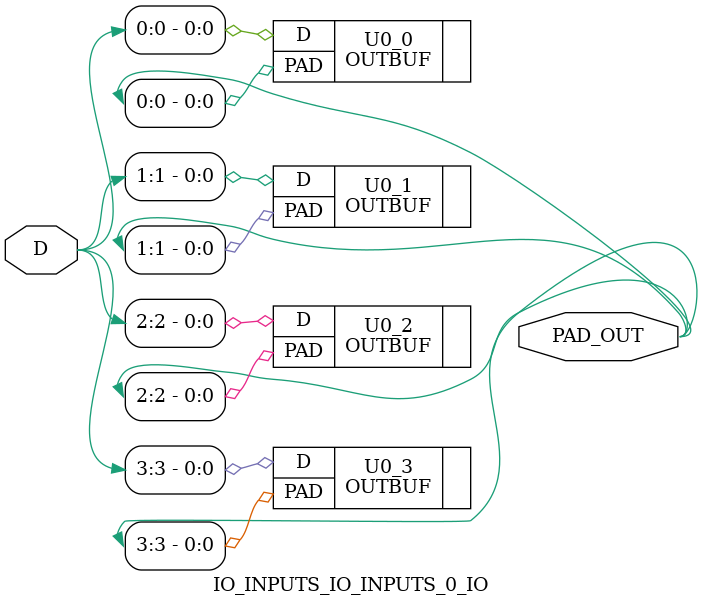
<source format=v>
`timescale 1 ns/100 ps


module IO_INPUTS_IO_INPUTS_0_IO(
       PAD_OUT,
       D
    );
output [3:0] PAD_OUT;
input  [3:0] D;

    
    OUTBUF #( .IOSTD("LVCMOS33") )  U0_0 (.D(D[0]), .PAD(PAD_OUT[0]));
    OUTBUF #( .IOSTD("LVCMOS33") )  U0_3 (.D(D[3]), .PAD(PAD_OUT[3]));
    OUTBUF #( .IOSTD("LVCMOS33") )  U0_2 (.D(D[2]), .PAD(PAD_OUT[2]));
    OUTBUF #( .IOSTD("LVCMOS33") )  U0_1 (.D(D[1]), .PAD(PAD_OUT[1]));
    
endmodule

</source>
